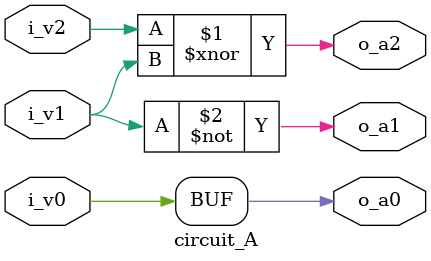
<source format=v>

`default_nettype none

module circuit_A(
	input 	i_v2,
	input 	i_v1,
	input 	i_v0,
	output 	o_a0,
	output 	o_a1,
	output 	o_a2
);

	// Combinational Logic only
	assign o_a2 = i_v2^~i_v1;
	assign o_a1 = ~i_v1;
	assign o_a0 = i_v0;

endmodule

</source>
